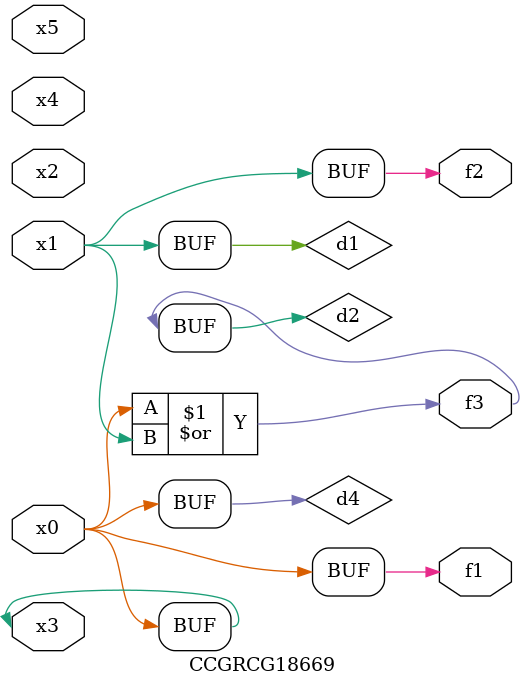
<source format=v>
module CCGRCG18669(
	input x0, x1, x2, x3, x4, x5,
	output f1, f2, f3
);

	wire d1, d2, d3, d4;

	and (d1, x1);
	or (d2, x0, x1);
	nand (d3, x0, x5);
	buf (d4, x0, x3);
	assign f1 = d4;
	assign f2 = d1;
	assign f3 = d2;
endmodule

</source>
